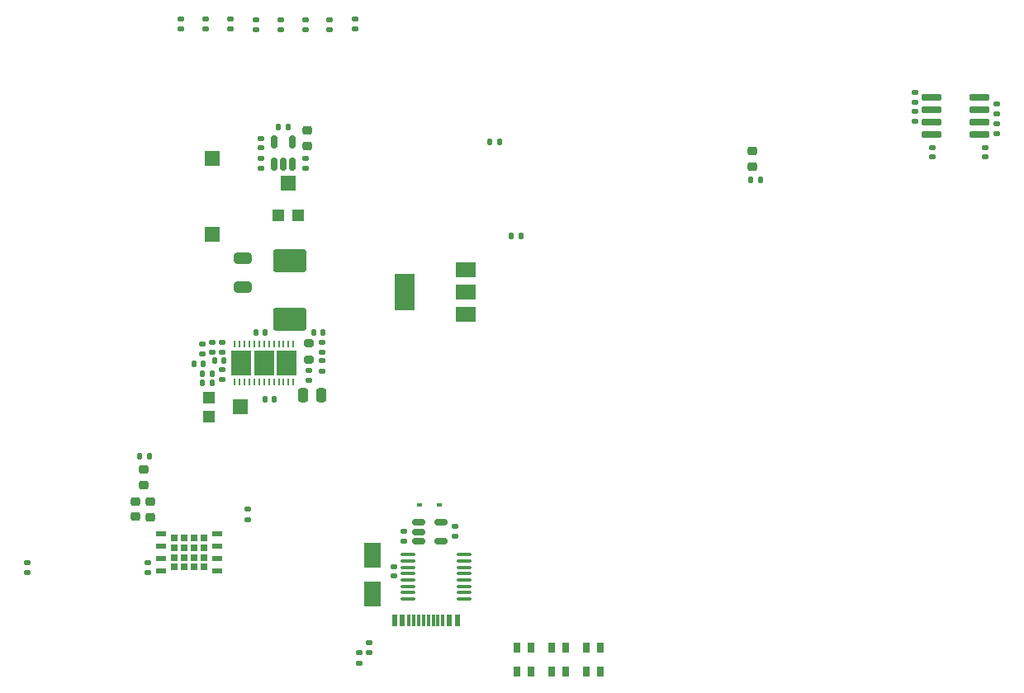
<source format=gbr>
%TF.GenerationSoftware,KiCad,Pcbnew,(6.0.1)*%
%TF.CreationDate,2022-03-16T16:02:48-04:00*%
%TF.ProjectId,2_679_PCB,325f3637-395f-4504-9342-2e6b69636164,rev?*%
%TF.SameCoordinates,Original*%
%TF.FileFunction,Paste,Top*%
%TF.FilePolarity,Positive*%
%FSLAX46Y46*%
G04 Gerber Fmt 4.6, Leading zero omitted, Abs format (unit mm)*
G04 Created by KiCad (PCBNEW (6.0.1)) date 2022-03-16 16:02:48*
%MOMM*%
%LPD*%
G01*
G04 APERTURE LIST*
G04 Aperture macros list*
%AMRoundRect*
0 Rectangle with rounded corners*
0 $1 Rounding radius*
0 $2 $3 $4 $5 $6 $7 $8 $9 X,Y pos of 4 corners*
0 Add a 4 corners polygon primitive as box body*
4,1,4,$2,$3,$4,$5,$6,$7,$8,$9,$2,$3,0*
0 Add four circle primitives for the rounded corners*
1,1,$1+$1,$2,$3*
1,1,$1+$1,$4,$5*
1,1,$1+$1,$6,$7*
1,1,$1+$1,$8,$9*
0 Add four rect primitives between the rounded corners*
20,1,$1+$1,$2,$3,$4,$5,0*
20,1,$1+$1,$4,$5,$6,$7,0*
20,1,$1+$1,$6,$7,$8,$9,0*
20,1,$1+$1,$8,$9,$2,$3,0*%
G04 Aperture macros list end*
%ADD10RoundRect,0.218750X0.256250X-0.218750X0.256250X0.218750X-0.256250X0.218750X-0.256250X-0.218750X0*%
%ADD11RoundRect,0.135000X0.185000X-0.135000X0.185000X0.135000X-0.185000X0.135000X-0.185000X-0.135000X0*%
%ADD12RoundRect,0.135000X-0.185000X0.135000X-0.185000X-0.135000X0.185000X-0.135000X0.185000X0.135000X0*%
%ADD13RoundRect,0.135000X-0.135000X-0.185000X0.135000X-0.185000X0.135000X0.185000X-0.135000X0.185000X0*%
%ADD14RoundRect,0.200000X-0.275000X0.200000X-0.275000X-0.200000X0.275000X-0.200000X0.275000X0.200000X0*%
%ADD15R,0.228600X0.762000*%
%ADD16R,2.000000X2.500000*%
%ADD17R,1.500000X1.500000*%
%ADD18RoundRect,0.250000X-0.250000X-0.475000X0.250000X-0.475000X0.250000X0.475000X-0.250000X0.475000X0*%
%ADD19R,2.000000X1.500000*%
%ADD20R,2.000000X3.800000*%
%ADD21RoundRect,0.150000X0.150000X-0.512500X0.150000X0.512500X-0.150000X0.512500X-0.150000X-0.512500X0*%
%ADD22RoundRect,0.042000X0.943000X0.258000X-0.943000X0.258000X-0.943000X-0.258000X0.943000X-0.258000X0*%
%ADD23RoundRect,0.147500X-0.172500X0.147500X-0.172500X-0.147500X0.172500X-0.147500X0.172500X0.147500X0*%
%ADD24R,1.800000X2.500000*%
%ADD25RoundRect,0.140000X0.140000X0.170000X-0.140000X0.170000X-0.140000X-0.170000X0.140000X-0.170000X0*%
%ADD26RoundRect,0.140000X-0.140000X-0.170000X0.140000X-0.170000X0.140000X0.170000X-0.140000X0.170000X0*%
%ADD27RoundRect,0.140000X-0.170000X0.140000X-0.170000X-0.140000X0.170000X-0.140000X0.170000X0.140000X0*%
%ADD28R,0.800000X0.800000*%
%ADD29R,1.100000X0.500000*%
%ADD30R,0.600000X0.450000*%
%ADD31R,0.800000X1.000000*%
%ADD32RoundRect,0.140000X0.170000X-0.140000X0.170000X0.140000X-0.170000X0.140000X-0.170000X-0.140000X0*%
%ADD33RoundRect,0.100000X0.637500X0.100000X-0.637500X0.100000X-0.637500X-0.100000X0.637500X-0.100000X0*%
%ADD34RoundRect,0.218750X-0.256250X0.218750X-0.256250X-0.218750X0.256250X-0.218750X0.256250X0.218750X0*%
%ADD35R,1.200000X1.200000*%
%ADD36R,1.600000X1.500000*%
%ADD37RoundRect,0.235000X1.465000X-0.940000X1.465000X0.940000X-1.465000X0.940000X-1.465000X-0.940000X0*%
%ADD38R,1.500000X1.600000*%
%ADD39RoundRect,0.250000X-0.650000X0.325000X-0.650000X-0.325000X0.650000X-0.325000X0.650000X0.325000X0*%
%ADD40R,0.600000X1.160000*%
%ADD41R,0.300000X1.160000*%
%ADD42RoundRect,0.150000X-0.512500X-0.150000X0.512500X-0.150000X0.512500X0.150000X-0.512500X0.150000X0*%
G04 APERTURE END LIST*
D10*
%TO.C,D11*%
X113995200Y-134950300D03*
X113995200Y-133375300D03*
%TD*%
D11*
%TO.C,R33*%
X115265200Y-140718000D03*
X115265200Y-139698000D03*
%TD*%
%TO.C,R17*%
X126365000Y-84965000D03*
X126365000Y-83945000D03*
%TD*%
%TO.C,R19*%
X131445000Y-84965000D03*
X131445000Y-83945000D03*
%TD*%
D12*
%TO.C,R24*%
X193929000Y-91440000D03*
X193929000Y-92460000D03*
%TD*%
%TO.C,R5*%
X122936000Y-119835200D03*
X122936000Y-120855200D03*
%TD*%
%TO.C,R13*%
X131500000Y-98190000D03*
X131500000Y-99210000D03*
%TD*%
D11*
%TO.C,R2*%
X121894600Y-118061200D03*
X121894600Y-117041200D03*
%TD*%
D13*
%TO.C,R12*%
X128690000Y-95000000D03*
X129710000Y-95000000D03*
%TD*%
D14*
%TO.C,R1*%
X131800600Y-117183400D03*
X131800600Y-118833400D03*
%TD*%
D15*
%TO.C,U1*%
X124228598Y-121145300D03*
X124728600Y-121145300D03*
X125228599Y-121145300D03*
X125728600Y-121145300D03*
X126228599Y-121145300D03*
X126728598Y-121145300D03*
X127228600Y-121145300D03*
X127728599Y-121145300D03*
X128228601Y-121145300D03*
X128728600Y-121145300D03*
X129228599Y-121145300D03*
X129728600Y-121145300D03*
X130228599Y-121145300D03*
X130228602Y-117259100D03*
X129728600Y-117259100D03*
X129228601Y-117259100D03*
X128728600Y-117259100D03*
X128228601Y-117259100D03*
X127728602Y-117259100D03*
X127228600Y-117259100D03*
X126728601Y-117259100D03*
X126228599Y-117259100D03*
X125728600Y-117259100D03*
X125228601Y-117259100D03*
X124728600Y-117259100D03*
X124228601Y-117259100D03*
D16*
X127228600Y-119202200D03*
X124891800Y-119202200D03*
X129565400Y-119202200D03*
%TD*%
D12*
%TO.C,R30*%
X137972800Y-147878800D03*
X137972800Y-148898800D03*
%TD*%
D17*
%TO.C,SW2*%
X121920000Y-106008000D03*
X121920000Y-98208000D03*
%TD*%
D18*
%TO.C,C9*%
X131193800Y-122478800D03*
X133093800Y-122478800D03*
%TD*%
D19*
%TO.C,U5*%
X147930000Y-114187000D03*
X147930000Y-111887000D03*
D20*
X141630000Y-111887000D03*
D19*
X147930000Y-109587000D03*
%TD*%
D21*
%TO.C,U3*%
X128230000Y-98802500D03*
X129180000Y-98802500D03*
X130130000Y-98802500D03*
X130130000Y-96527500D03*
X128230000Y-96527500D03*
%TD*%
D11*
%TO.C,R16*%
X123800000Y-84910000D03*
X123800000Y-83890000D03*
%TD*%
%TO.C,R29*%
X136956800Y-149961600D03*
X136956800Y-148941600D03*
%TD*%
D22*
%TO.C,U4*%
X200590000Y-95758000D03*
X200590000Y-94488000D03*
X200590000Y-93218000D03*
X200590000Y-91948000D03*
X195650000Y-91948000D03*
X195650000Y-93218000D03*
X195650000Y-94488000D03*
X195650000Y-95758000D03*
%TD*%
D10*
%TO.C,D7*%
X131673600Y-96901100D03*
X131673600Y-95326100D03*
%TD*%
D23*
%TO.C,D1*%
X133197600Y-117082100D03*
X133197600Y-118052100D03*
%TD*%
D13*
%TO.C,R28*%
X150366000Y-96520000D03*
X151386000Y-96520000D03*
%TD*%
D11*
%TO.C,R11*%
X126900000Y-99200000D03*
X126900000Y-98180000D03*
%TD*%
D24*
%TO.C,D9*%
X138328400Y-142919200D03*
X138328400Y-138919200D03*
%TD*%
D25*
%TO.C,C8*%
X121892000Y-121234200D03*
X120932000Y-121234200D03*
%TD*%
D13*
%TO.C,R27*%
X152525000Y-106172000D03*
X153545000Y-106172000D03*
%TD*%
D25*
%TO.C,C5*%
X123136600Y-118948200D03*
X122176600Y-118948200D03*
%TD*%
D26*
%TO.C,C2*%
X126367600Y-116027200D03*
X127327600Y-116027200D03*
%TD*%
D27*
%TO.C,C10*%
X201168000Y-97056000D03*
X201168000Y-98016000D03*
%TD*%
D10*
%TO.C,D3*%
X115595400Y-134975700D03*
X115595400Y-133400700D03*
%TD*%
D28*
%TO.C,U2*%
X118032400Y-139133200D03*
X121032400Y-139133200D03*
X118032400Y-140133200D03*
X118032400Y-138133200D03*
X120032400Y-138133200D03*
X119032400Y-138133200D03*
X121032400Y-137133200D03*
X119032400Y-139133200D03*
X120032400Y-140133200D03*
X120032400Y-139133200D03*
X121032400Y-138133200D03*
X118032400Y-137133200D03*
X121032400Y-140133200D03*
X119032400Y-140133200D03*
X119032400Y-137133200D03*
X120032400Y-137133200D03*
D29*
X116632400Y-136728200D03*
X116632400Y-137998200D03*
X116632400Y-139268200D03*
X116632400Y-140538200D03*
X122432400Y-140538200D03*
X122432400Y-139268200D03*
X122432400Y-137998200D03*
X122432400Y-136728200D03*
%TD*%
D11*
%TO.C,R21*%
X136525000Y-84910000D03*
X136525000Y-83890000D03*
%TD*%
D30*
%TO.C,D10*%
X145220400Y-133756400D03*
X143120400Y-133756400D03*
%TD*%
D31*
%TO.C,D5*%
X158129200Y-148356000D03*
X156729200Y-148356000D03*
X156729200Y-150856000D03*
X158129200Y-150856000D03*
%TD*%
D25*
%TO.C,C1*%
X128292800Y-122885200D03*
X127332800Y-122885200D03*
%TD*%
D31*
%TO.C,D6*%
X154573200Y-148356000D03*
X153173200Y-148356000D03*
X153173200Y-150856000D03*
X154573200Y-150856000D03*
%TD*%
D12*
%TO.C,R3*%
X120904000Y-117219000D03*
X120904000Y-118239000D03*
%TD*%
%TO.C,R9*%
X125526800Y-134211600D03*
X125526800Y-135231600D03*
%TD*%
D11*
%TO.C,R18*%
X128905000Y-84965000D03*
X128905000Y-83945000D03*
%TD*%
%TO.C,R20*%
X133900000Y-84965000D03*
X133900000Y-83945000D03*
%TD*%
D12*
%TO.C,R23*%
X202311000Y-92581000D03*
X202311000Y-93601000D03*
%TD*%
D25*
%TO.C,C7*%
X120975000Y-119253000D03*
X120015000Y-119253000D03*
%TD*%
D32*
%TO.C,C14*%
X146812000Y-136928800D03*
X146812000Y-135968800D03*
%TD*%
%TO.C,C13*%
X140563600Y-141020800D03*
X140563600Y-140060800D03*
%TD*%
%TO.C,C12*%
X126873000Y-97127000D03*
X126873000Y-96167000D03*
%TD*%
D33*
%TO.C,U6*%
X147744100Y-143397400D03*
X147744100Y-142747400D03*
X147744100Y-142097400D03*
X147744100Y-141447400D03*
X147744100Y-140797400D03*
X147744100Y-140147400D03*
X147744100Y-139497400D03*
X147744100Y-138847400D03*
X142019100Y-138847400D03*
X142019100Y-139497400D03*
X142019100Y-140147400D03*
X142019100Y-140797400D03*
X142019100Y-141447400D03*
X142019100Y-142097400D03*
X142019100Y-142747400D03*
X142019100Y-143397400D03*
%TD*%
D25*
%TO.C,C3*%
X133271200Y-116052600D03*
X132311200Y-116052600D03*
%TD*%
D11*
%TO.C,R14*%
X118700000Y-84910000D03*
X118700000Y-83890000D03*
%TD*%
D12*
%TO.C,R31*%
X141579600Y-136446800D03*
X141579600Y-137466800D03*
%TD*%
D34*
%TO.C,D2*%
X114909600Y-130124100D03*
X114909600Y-131699100D03*
%TD*%
D13*
%TO.C,R6*%
X114450400Y-128778000D03*
X115470400Y-128778000D03*
%TD*%
D35*
%TO.C,RV1*%
X128700000Y-104000000D03*
D36*
X129700000Y-100750000D03*
D35*
X130700000Y-104000000D03*
%TD*%
D12*
%TO.C,R32*%
X102971600Y-139698000D03*
X102971600Y-140718000D03*
%TD*%
D27*
%TO.C,C11*%
X195707000Y-97056000D03*
X195707000Y-98016000D03*
%TD*%
D37*
%TO.C,L1*%
X129895600Y-114734200D03*
X129895600Y-108684200D03*
%TD*%
D35*
%TO.C,RV2*%
X121540800Y-122698000D03*
D38*
X124790800Y-123698000D03*
D35*
X121540800Y-124698000D03*
%TD*%
D25*
%TO.C,C6*%
X121892000Y-120269000D03*
X120932000Y-120269000D03*
%TD*%
D11*
%TO.C,R22*%
X202311000Y-95633000D03*
X202311000Y-94613000D03*
%TD*%
D39*
%TO.C,C4*%
X125069600Y-108456200D03*
X125069600Y-111406200D03*
%TD*%
D13*
%TO.C,R26*%
X177088800Y-100380800D03*
X178108800Y-100380800D03*
%TD*%
D40*
%TO.C,J30*%
X140614800Y-145560600D03*
X141414800Y-145560600D03*
D41*
X142564800Y-145560600D03*
X143564800Y-145560600D03*
X144064800Y-145560600D03*
X145064800Y-145560600D03*
D40*
X146214800Y-145560600D03*
X147014800Y-145560600D03*
X147014800Y-145560600D03*
X146214800Y-145560600D03*
D41*
X145564800Y-145560600D03*
X144564800Y-145560600D03*
X143064800Y-145560600D03*
X142064800Y-145560600D03*
D40*
X141414800Y-145560600D03*
X140614800Y-145560600D03*
%TD*%
D11*
%TO.C,R8*%
X131800600Y-120982200D03*
X131800600Y-119962200D03*
%TD*%
%TO.C,R25*%
X193929000Y-94365000D03*
X193929000Y-93345000D03*
%TD*%
%TO.C,R7*%
X133197600Y-119991600D03*
X133197600Y-118971600D03*
%TD*%
D42*
%TO.C,U7*%
X143083700Y-135549600D03*
X143083700Y-136499600D03*
X143083700Y-137449600D03*
X145358700Y-137449600D03*
X145358700Y-135549600D03*
%TD*%
D12*
%TO.C,R4*%
X122936000Y-117041200D03*
X122936000Y-118061200D03*
%TD*%
D31*
%TO.C,D4*%
X161685200Y-148356000D03*
X160285200Y-148356000D03*
X160285200Y-150856000D03*
X161685200Y-150856000D03*
%TD*%
D11*
%TO.C,R15*%
X121200000Y-84910000D03*
X121200000Y-83890000D03*
%TD*%
D10*
%TO.C,D8*%
X177292000Y-99034700D03*
X177292000Y-97459700D03*
%TD*%
M02*

</source>
